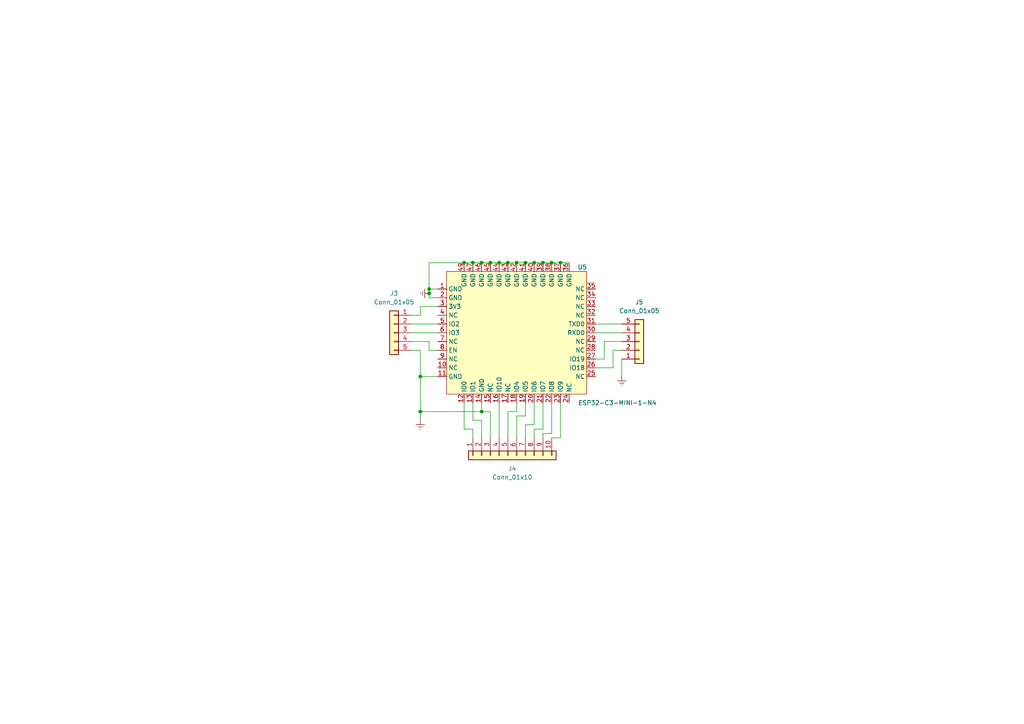
<source format=kicad_sch>
(kicad_sch (version 20211123) (generator eeschema)

  (uuid 9baadc14-cc93-45de-9b2d-41b959f0ce5a)

  (paper "A4")

  (lib_symbols
    (symbol "Connector_Generic:Conn_01x05" (pin_names (offset 1.016) hide) (in_bom yes) (on_board yes)
      (property "Reference" "J" (id 0) (at 0 7.62 0)
        (effects (font (size 1.27 1.27)))
      )
      (property "Value" "Conn_01x05" (id 1) (at 0 -7.62 0)
        (effects (font (size 1.27 1.27)))
      )
      (property "Footprint" "" (id 2) (at 0 0 0)
        (effects (font (size 1.27 1.27)) hide)
      )
      (property "Datasheet" "~" (id 3) (at 0 0 0)
        (effects (font (size 1.27 1.27)) hide)
      )
      (property "ki_keywords" "connector" (id 4) (at 0 0 0)
        (effects (font (size 1.27 1.27)) hide)
      )
      (property "ki_description" "Generic connector, single row, 01x05, script generated (kicad-library-utils/schlib/autogen/connector/)" (id 5) (at 0 0 0)
        (effects (font (size 1.27 1.27)) hide)
      )
      (property "ki_fp_filters" "Connector*:*_1x??_*" (id 6) (at 0 0 0)
        (effects (font (size 1.27 1.27)) hide)
      )
      (symbol "Conn_01x05_1_1"
        (rectangle (start -1.27 -4.953) (end 0 -5.207)
          (stroke (width 0.1524) (type default) (color 0 0 0 0))
          (fill (type none))
        )
        (rectangle (start -1.27 -2.413) (end 0 -2.667)
          (stroke (width 0.1524) (type default) (color 0 0 0 0))
          (fill (type none))
        )
        (rectangle (start -1.27 0.127) (end 0 -0.127)
          (stroke (width 0.1524) (type default) (color 0 0 0 0))
          (fill (type none))
        )
        (rectangle (start -1.27 2.667) (end 0 2.413)
          (stroke (width 0.1524) (type default) (color 0 0 0 0))
          (fill (type none))
        )
        (rectangle (start -1.27 5.207) (end 0 4.953)
          (stroke (width 0.1524) (type default) (color 0 0 0 0))
          (fill (type none))
        )
        (rectangle (start -1.27 6.35) (end 1.27 -6.35)
          (stroke (width 0.254) (type default) (color 0 0 0 0))
          (fill (type background))
        )
        (pin passive line (at -5.08 5.08 0) (length 3.81)
          (name "Pin_1" (effects (font (size 1.27 1.27))))
          (number "1" (effects (font (size 1.27 1.27))))
        )
        (pin passive line (at -5.08 2.54 0) (length 3.81)
          (name "Pin_2" (effects (font (size 1.27 1.27))))
          (number "2" (effects (font (size 1.27 1.27))))
        )
        (pin passive line (at -5.08 0 0) (length 3.81)
          (name "Pin_3" (effects (font (size 1.27 1.27))))
          (number "3" (effects (font (size 1.27 1.27))))
        )
        (pin passive line (at -5.08 -2.54 0) (length 3.81)
          (name "Pin_4" (effects (font (size 1.27 1.27))))
          (number "4" (effects (font (size 1.27 1.27))))
        )
        (pin passive line (at -5.08 -5.08 0) (length 3.81)
          (name "Pin_5" (effects (font (size 1.27 1.27))))
          (number "5" (effects (font (size 1.27 1.27))))
        )
      )
    )
    (symbol "Connector_Generic:Conn_01x10" (pin_names (offset 1.016) hide) (in_bom yes) (on_board yes)
      (property "Reference" "J" (id 0) (at 0 12.7 0)
        (effects (font (size 1.27 1.27)))
      )
      (property "Value" "Conn_01x10" (id 1) (at 0 -15.24 0)
        (effects (font (size 1.27 1.27)))
      )
      (property "Footprint" "" (id 2) (at 0 0 0)
        (effects (font (size 1.27 1.27)) hide)
      )
      (property "Datasheet" "~" (id 3) (at 0 0 0)
        (effects (font (size 1.27 1.27)) hide)
      )
      (property "ki_keywords" "connector" (id 4) (at 0 0 0)
        (effects (font (size 1.27 1.27)) hide)
      )
      (property "ki_description" "Generic connector, single row, 01x10, script generated (kicad-library-utils/schlib/autogen/connector/)" (id 5) (at 0 0 0)
        (effects (font (size 1.27 1.27)) hide)
      )
      (property "ki_fp_filters" "Connector*:*_1x??_*" (id 6) (at 0 0 0)
        (effects (font (size 1.27 1.27)) hide)
      )
      (symbol "Conn_01x10_1_1"
        (rectangle (start -1.27 -12.573) (end 0 -12.827)
          (stroke (width 0.1524) (type default) (color 0 0 0 0))
          (fill (type none))
        )
        (rectangle (start -1.27 -10.033) (end 0 -10.287)
          (stroke (width 0.1524) (type default) (color 0 0 0 0))
          (fill (type none))
        )
        (rectangle (start -1.27 -7.493) (end 0 -7.747)
          (stroke (width 0.1524) (type default) (color 0 0 0 0))
          (fill (type none))
        )
        (rectangle (start -1.27 -4.953) (end 0 -5.207)
          (stroke (width 0.1524) (type default) (color 0 0 0 0))
          (fill (type none))
        )
        (rectangle (start -1.27 -2.413) (end 0 -2.667)
          (stroke (width 0.1524) (type default) (color 0 0 0 0))
          (fill (type none))
        )
        (rectangle (start -1.27 0.127) (end 0 -0.127)
          (stroke (width 0.1524) (type default) (color 0 0 0 0))
          (fill (type none))
        )
        (rectangle (start -1.27 2.667) (end 0 2.413)
          (stroke (width 0.1524) (type default) (color 0 0 0 0))
          (fill (type none))
        )
        (rectangle (start -1.27 5.207) (end 0 4.953)
          (stroke (width 0.1524) (type default) (color 0 0 0 0))
          (fill (type none))
        )
        (rectangle (start -1.27 7.747) (end 0 7.493)
          (stroke (width 0.1524) (type default) (color 0 0 0 0))
          (fill (type none))
        )
        (rectangle (start -1.27 10.287) (end 0 10.033)
          (stroke (width 0.1524) (type default) (color 0 0 0 0))
          (fill (type none))
        )
        (rectangle (start -1.27 11.43) (end 1.27 -13.97)
          (stroke (width 0.254) (type default) (color 0 0 0 0))
          (fill (type background))
        )
        (pin passive line (at -5.08 10.16 0) (length 3.81)
          (name "Pin_1" (effects (font (size 1.27 1.27))))
          (number "1" (effects (font (size 1.27 1.27))))
        )
        (pin passive line (at -5.08 -12.7 0) (length 3.81)
          (name "Pin_10" (effects (font (size 1.27 1.27))))
          (number "10" (effects (font (size 1.27 1.27))))
        )
        (pin passive line (at -5.08 7.62 0) (length 3.81)
          (name "Pin_2" (effects (font (size 1.27 1.27))))
          (number "2" (effects (font (size 1.27 1.27))))
        )
        (pin passive line (at -5.08 5.08 0) (length 3.81)
          (name "Pin_3" (effects (font (size 1.27 1.27))))
          (number "3" (effects (font (size 1.27 1.27))))
        )
        (pin passive line (at -5.08 2.54 0) (length 3.81)
          (name "Pin_4" (effects (font (size 1.27 1.27))))
          (number "4" (effects (font (size 1.27 1.27))))
        )
        (pin passive line (at -5.08 0 0) (length 3.81)
          (name "Pin_5" (effects (font (size 1.27 1.27))))
          (number "5" (effects (font (size 1.27 1.27))))
        )
        (pin passive line (at -5.08 -2.54 0) (length 3.81)
          (name "Pin_6" (effects (font (size 1.27 1.27))))
          (number "6" (effects (font (size 1.27 1.27))))
        )
        (pin passive line (at -5.08 -5.08 0) (length 3.81)
          (name "Pin_7" (effects (font (size 1.27 1.27))))
          (number "7" (effects (font (size 1.27 1.27))))
        )
        (pin passive line (at -5.08 -7.62 0) (length 3.81)
          (name "Pin_8" (effects (font (size 1.27 1.27))))
          (number "8" (effects (font (size 1.27 1.27))))
        )
        (pin passive line (at -5.08 -10.16 0) (length 3.81)
          (name "Pin_9" (effects (font (size 1.27 1.27))))
          (number "9" (effects (font (size 1.27 1.27))))
        )
      )
    )
    (symbol "esp_module:ESP32-C3-MINI-1-N4" (in_bom yes) (on_board yes)
      (property "Reference" "U" (id 0) (at 22.86 17.78 0)
        (effects (font (size 1.27 1.27)))
      )
      (property "Value" "ESP32-C3-MINI-1-N4" (id 1) (at 33.02 -22.86 0)
        (effects (font (size 1.27 1.27)))
      )
      (property "Footprint" "" (id 2) (at 0 0 0)
        (effects (font (size 1.27 1.27)) hide)
      )
      (property "Datasheet" "" (id 3) (at 0 0 0)
        (effects (font (size 1.27 1.27)) hide)
      )
      (symbol "ESP32-C3-MINI-1-N4_0_1"
        (rectangle (start -15.24 15.24) (end 25.4 -20.32)
          (stroke (width 0) (type default) (color 0 0 0 0))
          (fill (type background))
        )
      )
      (symbol "ESP32-C3-MINI-1-N4_1_1"
        (pin input line (at -17.78 10.16 0) (length 2.54)
          (name "GND" (effects (font (size 1.27 1.27))))
          (number "1" (effects (font (size 1.27 1.27))))
        )
        (pin input line (at -17.78 -12.7 0) (length 2.54)
          (name "NC" (effects (font (size 1.27 1.27))))
          (number "10" (effects (font (size 1.27 1.27))))
        )
        (pin input line (at -17.78 -15.24 0) (length 2.54)
          (name "GND" (effects (font (size 1.27 1.27))))
          (number "11" (effects (font (size 1.27 1.27))))
        )
        (pin input line (at -10.16 -22.86 90) (length 2.54)
          (name "IO0" (effects (font (size 1.27 1.27))))
          (number "12" (effects (font (size 1.27 1.27))))
        )
        (pin input line (at -7.62 -22.86 90) (length 2.54)
          (name "IO1" (effects (font (size 1.27 1.27))))
          (number "13" (effects (font (size 1.27 1.27))))
        )
        (pin input line (at -5.08 -22.86 90) (length 2.54)
          (name "GND" (effects (font (size 1.27 1.27))))
          (number "14" (effects (font (size 1.27 1.27))))
        )
        (pin input line (at -2.54 -22.86 90) (length 2.54)
          (name "NC" (effects (font (size 1.27 1.27))))
          (number "15" (effects (font (size 1.27 1.27))))
        )
        (pin input line (at 0 -22.86 90) (length 2.54)
          (name "IO10" (effects (font (size 1.27 1.27))))
          (number "16" (effects (font (size 1.27 1.27))))
        )
        (pin input line (at 2.54 -22.86 90) (length 2.54)
          (name "NC" (effects (font (size 1.27 1.27))))
          (number "17" (effects (font (size 1.27 1.27))))
        )
        (pin input line (at 5.08 -22.86 90) (length 2.54)
          (name "IO4" (effects (font (size 1.27 1.27))))
          (number "18" (effects (font (size 1.27 1.27))))
        )
        (pin input line (at 7.62 -22.86 90) (length 2.54)
          (name "IO5" (effects (font (size 1.27 1.27))))
          (number "19" (effects (font (size 1.27 1.27))))
        )
        (pin input line (at -17.78 7.62 0) (length 2.54)
          (name "GND" (effects (font (size 1.27 1.27))))
          (number "2" (effects (font (size 1.27 1.27))))
        )
        (pin input line (at 10.16 -22.86 90) (length 2.54)
          (name "IO6" (effects (font (size 1.27 1.27))))
          (number "20" (effects (font (size 1.27 1.27))))
        )
        (pin input line (at 12.7 -22.86 90) (length 2.54)
          (name "IO7" (effects (font (size 1.27 1.27))))
          (number "21" (effects (font (size 1.27 1.27))))
        )
        (pin input line (at 15.24 -22.86 90) (length 2.54)
          (name "IO8" (effects (font (size 1.27 1.27))))
          (number "22" (effects (font (size 1.27 1.27))))
        )
        (pin input line (at 17.78 -22.86 90) (length 2.54)
          (name "IO9" (effects (font (size 1.27 1.27))))
          (number "23" (effects (font (size 1.27 1.27))))
        )
        (pin input line (at 20.32 -22.86 90) (length 2.54)
          (name "NC" (effects (font (size 1.27 1.27))))
          (number "24" (effects (font (size 1.27 1.27))))
        )
        (pin input line (at 27.94 -15.24 180) (length 2.54)
          (name "NC" (effects (font (size 1.27 1.27))))
          (number "25" (effects (font (size 1.27 1.27))))
        )
        (pin input line (at 27.94 -12.7 180) (length 2.54)
          (name "IO18" (effects (font (size 1.27 1.27))))
          (number "26" (effects (font (size 1.27 1.27))))
        )
        (pin input line (at 27.94 -10.16 180) (length 2.54)
          (name "IO19" (effects (font (size 1.27 1.27))))
          (number "27" (effects (font (size 1.27 1.27))))
        )
        (pin input line (at 27.94 -7.62 180) (length 2.54)
          (name "NC" (effects (font (size 1.27 1.27))))
          (number "28" (effects (font (size 1.27 1.27))))
        )
        (pin input line (at 27.94 -5.08 180) (length 2.54)
          (name "NC" (effects (font (size 1.27 1.27))))
          (number "29" (effects (font (size 1.27 1.27))))
        )
        (pin input line (at -17.78 5.08 0) (length 2.54)
          (name "3V3" (effects (font (size 1.27 1.27))))
          (number "3" (effects (font (size 1.27 1.27))))
        )
        (pin input line (at 27.94 -2.54 180) (length 2.54)
          (name "RXD0" (effects (font (size 1.27 1.27))))
          (number "30" (effects (font (size 1.27 1.27))))
        )
        (pin input line (at 27.94 0 180) (length 2.54)
          (name "TXD0" (effects (font (size 1.27 1.27))))
          (number "31" (effects (font (size 1.27 1.27))))
        )
        (pin input line (at 27.94 2.54 180) (length 2.54)
          (name "NC" (effects (font (size 1.27 1.27))))
          (number "32" (effects (font (size 1.27 1.27))))
        )
        (pin input line (at 27.94 5.08 180) (length 2.54)
          (name "NC" (effects (font (size 1.27 1.27))))
          (number "33" (effects (font (size 1.27 1.27))))
        )
        (pin input line (at 27.94 7.62 180) (length 2.54)
          (name "NC" (effects (font (size 1.27 1.27))))
          (number "34" (effects (font (size 1.27 1.27))))
        )
        (pin input line (at 27.94 10.16 180) (length 2.54)
          (name "NC" (effects (font (size 1.27 1.27))))
          (number "35" (effects (font (size 1.27 1.27))))
        )
        (pin input line (at 20.32 17.78 270) (length 2.54)
          (name "GND" (effects (font (size 1.27 1.27))))
          (number "36" (effects (font (size 1.27 1.27))))
        )
        (pin input line (at 17.78 17.78 270) (length 2.54)
          (name "GND" (effects (font (size 1.27 1.27))))
          (number "37" (effects (font (size 1.27 1.27))))
        )
        (pin input line (at 15.24 17.78 270) (length 2.54)
          (name "GND" (effects (font (size 1.27 1.27))))
          (number "38" (effects (font (size 1.27 1.27))))
        )
        (pin input line (at 12.7 17.78 270) (length 2.54)
          (name "GND" (effects (font (size 1.27 1.27))))
          (number "39" (effects (font (size 1.27 1.27))))
        )
        (pin input line (at -17.78 2.54 0) (length 2.54)
          (name "NC" (effects (font (size 1.27 1.27))))
          (number "4" (effects (font (size 1.27 1.27))))
        )
        (pin input line (at 10.16 17.78 270) (length 2.54)
          (name "GND" (effects (font (size 1.27 1.27))))
          (number "40" (effects (font (size 1.27 1.27))))
        )
        (pin input line (at 7.62 17.78 270) (length 2.54)
          (name "GND" (effects (font (size 1.27 1.27))))
          (number "41" (effects (font (size 1.27 1.27))))
        )
        (pin input line (at 5.08 17.78 270) (length 2.54)
          (name "GND" (effects (font (size 1.27 1.27))))
          (number "42" (effects (font (size 1.27 1.27))))
        )
        (pin input line (at 2.54 17.78 270) (length 2.54)
          (name "GND" (effects (font (size 1.27 1.27))))
          (number "43" (effects (font (size 1.27 1.27))))
        )
        (pin input line (at 0 17.78 270) (length 2.54)
          (name "GND" (effects (font (size 1.27 1.27))))
          (number "44" (effects (font (size 1.27 1.27))))
        )
        (pin input line (at -2.54 17.78 270) (length 2.54)
          (name "GND" (effects (font (size 1.27 1.27))))
          (number "45" (effects (font (size 1.27 1.27))))
        )
        (pin input line (at -5.08 17.78 270) (length 2.54)
          (name "GND" (effects (font (size 1.27 1.27))))
          (number "46" (effects (font (size 1.27 1.27))))
        )
        (pin input line (at -7.62 17.78 270) (length 2.54)
          (name "GND" (effects (font (size 1.27 1.27))))
          (number "47" (effects (font (size 1.27 1.27))))
        )
        (pin input line (at -10.16 17.78 270) (length 2.54) hide
          (name "GND" (effects (font (size 1.27 1.27))))
          (number "48" (effects (font (size 1.27 1.27))))
        )
        (pin input line (at -10.16 17.78 270) (length 2.54)
          (name "GND" (effects (font (size 1.27 1.27))))
          (number "49" (effects (font (size 1.27 1.27))))
        )
        (pin input line (at -17.78 0 0) (length 2.54)
          (name "IO2" (effects (font (size 1.27 1.27))))
          (number "5" (effects (font (size 1.27 1.27))))
        )
        (pin input line (at -10.16 17.78 270) (length 2.54) hide
          (name "GND" (effects (font (size 1.27 1.27))))
          (number "50" (effects (font (size 1.27 1.27))))
        )
        (pin input line (at -10.16 17.78 270) (length 2.54) hide
          (name "GND" (effects (font (size 1.27 1.27))))
          (number "51" (effects (font (size 1.27 1.27))))
        )
        (pin input line (at -10.16 17.78 270) (length 2.54) hide
          (name "GND" (effects (font (size 1.27 1.27))))
          (number "52" (effects (font (size 1.27 1.27))))
        )
        (pin input line (at -10.16 17.78 270) (length 2.54) hide
          (name "GND" (effects (font (size 1.27 1.27))))
          (number "53" (effects (font (size 1.27 1.27))))
        )
        (pin input line (at -17.78 -2.54 0) (length 2.54)
          (name "IO3" (effects (font (size 1.27 1.27))))
          (number "6" (effects (font (size 1.27 1.27))))
        )
        (pin input line (at -17.78 -5.08 0) (length 2.54)
          (name "NC" (effects (font (size 1.27 1.27))))
          (number "7" (effects (font (size 1.27 1.27))))
        )
        (pin input line (at -17.78 -7.62 0) (length 2.54)
          (name "EN" (effects (font (size 1.27 1.27))))
          (number "8" (effects (font (size 1.27 1.27))))
        )
        (pin input line (at -17.78 -10.16 0) (length 2.54)
          (name "NC" (effects (font (size 1.27 1.27))))
          (number "9" (effects (font (size 1.27 1.27))))
        )
      )
    )
    (symbol "power:Earth" (power) (pin_names (offset 0)) (in_bom yes) (on_board yes)
      (property "Reference" "#PWR" (id 0) (at 0 -6.35 0)
        (effects (font (size 1.27 1.27)) hide)
      )
      (property "Value" "Earth" (id 1) (at 0 -3.81 0)
        (effects (font (size 1.27 1.27)) hide)
      )
      (property "Footprint" "" (id 2) (at 0 0 0)
        (effects (font (size 1.27 1.27)) hide)
      )
      (property "Datasheet" "~" (id 3) (at 0 0 0)
        (effects (font (size 1.27 1.27)) hide)
      )
      (property "ki_keywords" "power-flag ground gnd" (id 4) (at 0 0 0)
        (effects (font (size 1.27 1.27)) hide)
      )
      (property "ki_description" "Power symbol creates a global label with name \"Earth\"" (id 5) (at 0 0 0)
        (effects (font (size 1.27 1.27)) hide)
      )
      (symbol "Earth_0_1"
        (polyline
          (pts
            (xy -0.635 -1.905)
            (xy 0.635 -1.905)
          )
          (stroke (width 0) (type default) (color 0 0 0 0))
          (fill (type none))
        )
        (polyline
          (pts
            (xy -0.127 -2.54)
            (xy 0.127 -2.54)
          )
          (stroke (width 0) (type default) (color 0 0 0 0))
          (fill (type none))
        )
        (polyline
          (pts
            (xy 0 -1.27)
            (xy 0 0)
          )
          (stroke (width 0) (type default) (color 0 0 0 0))
          (fill (type none))
        )
        (polyline
          (pts
            (xy 1.27 -1.27)
            (xy -1.27 -1.27)
          )
          (stroke (width 0) (type default) (color 0 0 0 0))
          (fill (type none))
        )
      )
      (symbol "Earth_1_1"
        (pin power_in line (at 0 0 270) (length 0) hide
          (name "Earth" (effects (font (size 1.27 1.27))))
          (number "1" (effects (font (size 1.27 1.27))))
        )
      )
    )
  )

  (junction (at 157.48 76.2) (diameter 0) (color 0 0 0 0)
    (uuid 058bc9ca-6544-4c9b-8ea2-eaaa9bef9411)
  )
  (junction (at 134.62 76.2) (diameter 0) (color 0 0 0 0)
    (uuid 1ecd7b48-6dae-47d5-bae6-c5608d7e7ef7)
  )
  (junction (at 154.94 76.2) (diameter 0) (color 0 0 0 0)
    (uuid 209f8a62-d8a4-4afd-817a-1fe6517bdf3d)
  )
  (junction (at 121.92 119.38) (diameter 0) (color 0 0 0 0)
    (uuid 404e7802-5954-4486-b81c-efd90d5a677a)
  )
  (junction (at 124.46 83.82) (diameter 0) (color 0 0 0 0)
    (uuid 46d3aa11-4b4b-4312-b177-a98c4cbd244a)
  )
  (junction (at 124.46 85.09) (diameter 0) (color 0 0 0 0)
    (uuid 56e9a8f2-d607-4fc3-90d0-af6878ea4adc)
  )
  (junction (at 139.7 76.2) (diameter 0) (color 0 0 0 0)
    (uuid 6a8d1011-eb13-4763-81c8-95e8233f1e6b)
  )
  (junction (at 121.92 109.22) (diameter 0) (color 0 0 0 0)
    (uuid 8f0020c0-6365-4af6-84fa-873a6b012eb3)
  )
  (junction (at 147.32 76.2) (diameter 0) (color 0 0 0 0)
    (uuid 96f93caa-c17c-4dd4-98a0-a1c953a9da60)
  )
  (junction (at 162.56 76.2) (diameter 0) (color 0 0 0 0)
    (uuid 9bab76da-76e5-4e0c-81ef-1a8148e50803)
  )
  (junction (at 139.7 119.38) (diameter 0) (color 0 0 0 0)
    (uuid a2b13725-e0cf-4218-a459-9ea48995d508)
  )
  (junction (at 137.16 76.2) (diameter 0) (color 0 0 0 0)
    (uuid a77b9d60-c51f-4af7-bead-8f9acde6074d)
  )
  (junction (at 142.24 76.2) (diameter 0) (color 0 0 0 0)
    (uuid be451e67-481d-4fad-944d-cc135b2ded2b)
  )
  (junction (at 152.4 76.2) (diameter 0) (color 0 0 0 0)
    (uuid dc57a9c8-980e-4aa5-b82f-7518323d2330)
  )
  (junction (at 144.78 76.2) (diameter 0) (color 0 0 0 0)
    (uuid f2c03f45-efee-4ce3-b152-3763b6b11a57)
  )
  (junction (at 160.02 76.2) (diameter 0) (color 0 0 0 0)
    (uuid fa678ac7-5ac1-4828-a531-e1fe21af71fb)
  )
  (junction (at 149.86 76.2) (diameter 0) (color 0 0 0 0)
    (uuid fd1bbaf8-024d-49a2-badc-8a16764c1a83)
  )

  (wire (pts (xy 139.7 121.92) (xy 139.7 127))
    (stroke (width 0) (type default) (color 0 0 0 0))
    (uuid 088ace98-0353-4613-94af-61b124669797)
  )
  (wire (pts (xy 124.46 86.36) (xy 127 86.36))
    (stroke (width 0) (type default) (color 0 0 0 0))
    (uuid 0bdcb035-2620-437e-a04e-97f0b832c283)
  )
  (wire (pts (xy 121.92 88.9) (xy 121.92 91.44))
    (stroke (width 0) (type default) (color 0 0 0 0))
    (uuid 0be89af7-14db-497f-966b-5719f465b9dc)
  )
  (wire (pts (xy 121.92 91.44) (xy 119.38 91.44))
    (stroke (width 0) (type default) (color 0 0 0 0))
    (uuid 0c7b0dff-4edc-44ba-b3e0-7efd65be8333)
  )
  (wire (pts (xy 119.38 99.06) (xy 124.46 99.06))
    (stroke (width 0) (type default) (color 0 0 0 0))
    (uuid 10504878-bec5-46b7-830e-4025c59cb6ad)
  )
  (wire (pts (xy 124.46 99.06) (xy 124.46 101.6))
    (stroke (width 0) (type default) (color 0 0 0 0))
    (uuid 126db389-6547-4ef3-914b-9e7fb07867b2)
  )
  (wire (pts (xy 157.48 116.84) (xy 157.48 124.46))
    (stroke (width 0) (type default) (color 0 0 0 0))
    (uuid 1462b413-76fe-4e77-9b80-c439d0474a26)
  )
  (wire (pts (xy 144.78 76.2) (xy 147.32 76.2))
    (stroke (width 0) (type default) (color 0 0 0 0))
    (uuid 14864bdb-5b2a-40dc-90a1-477cc53ed525)
  )
  (wire (pts (xy 121.92 109.22) (xy 121.92 119.38))
    (stroke (width 0) (type default) (color 0 0 0 0))
    (uuid 166c5d6d-d92c-4017-85f2-5350617d2e36)
  )
  (wire (pts (xy 152.4 116.84) (xy 152.4 120.65))
    (stroke (width 0) (type default) (color 0 0 0 0))
    (uuid 1d0c11e0-d854-455f-a21d-eb54956e4aad)
  )
  (wire (pts (xy 144.78 116.84) (xy 144.78 127))
    (stroke (width 0) (type default) (color 0 0 0 0))
    (uuid 1e9012ef-2b29-4575-b860-16f04f8b1bcb)
  )
  (wire (pts (xy 121.92 109.22) (xy 127 109.22))
    (stroke (width 0) (type default) (color 0 0 0 0))
    (uuid 1fc193bb-e613-4541-9f05-d10b010d5bd6)
  )
  (wire (pts (xy 160.02 125.73) (xy 157.48 125.73))
    (stroke (width 0) (type default) (color 0 0 0 0))
    (uuid 21d678ad-f9e7-4031-b445-3d66c3612349)
  )
  (wire (pts (xy 121.92 101.6) (xy 121.92 109.22))
    (stroke (width 0) (type default) (color 0 0 0 0))
    (uuid 249c61d0-3181-4bfb-9c2a-53d912a25ca9)
  )
  (wire (pts (xy 177.8 101.6) (xy 177.8 106.68))
    (stroke (width 0) (type default) (color 0 0 0 0))
    (uuid 279b61df-03fe-4016-b63c-f25f5700a1c9)
  )
  (wire (pts (xy 119.38 101.6) (xy 121.92 101.6))
    (stroke (width 0) (type default) (color 0 0 0 0))
    (uuid 279fd144-529b-43f9-9c96-ddcb1882814e)
  )
  (wire (pts (xy 152.4 123.19) (xy 152.4 127))
    (stroke (width 0) (type default) (color 0 0 0 0))
    (uuid 2cb0ae6d-ce66-4faf-bdf9-f52e41be173e)
  )
  (wire (pts (xy 157.48 125.73) (xy 157.48 127))
    (stroke (width 0) (type default) (color 0 0 0 0))
    (uuid 2f57068c-58cb-414b-87aa-1037a0495e77)
  )
  (wire (pts (xy 154.94 76.2) (xy 157.48 76.2))
    (stroke (width 0) (type default) (color 0 0 0 0))
    (uuid 30fc5155-3c42-4d5f-b8e8-dc3b841674f8)
  )
  (wire (pts (xy 127 83.82) (xy 124.46 83.82))
    (stroke (width 0) (type default) (color 0 0 0 0))
    (uuid 3218cf96-430b-4930-8208-04dc2161ef26)
  )
  (wire (pts (xy 152.4 120.65) (xy 149.86 120.65))
    (stroke (width 0) (type default) (color 0 0 0 0))
    (uuid 369277bc-0bf0-420e-8dce-a9ac68473f27)
  )
  (wire (pts (xy 172.72 96.52) (xy 180.34 96.52))
    (stroke (width 0) (type default) (color 0 0 0 0))
    (uuid 37a7bd5b-0a9b-43ef-8bd1-ec1f26e880ec)
  )
  (wire (pts (xy 119.38 96.52) (xy 127 96.52))
    (stroke (width 0) (type default) (color 0 0 0 0))
    (uuid 4005e6c5-b2dc-45ca-84f2-195a313d1407)
  )
  (wire (pts (xy 172.72 93.98) (xy 180.34 93.98))
    (stroke (width 0) (type default) (color 0 0 0 0))
    (uuid 4094d5f1-d5e7-4d7c-b501-3cb84e58848b)
  )
  (wire (pts (xy 139.7 116.84) (xy 139.7 119.38))
    (stroke (width 0) (type default) (color 0 0 0 0))
    (uuid 440f24e6-777d-402c-bbe1-196a1374632d)
  )
  (wire (pts (xy 162.56 127) (xy 160.02 127))
    (stroke (width 0) (type default) (color 0 0 0 0))
    (uuid 47cffef7-93c8-4373-81f1-bd6b8ad6c093)
  )
  (wire (pts (xy 149.86 116.84) (xy 149.86 119.38))
    (stroke (width 0) (type default) (color 0 0 0 0))
    (uuid 4b754865-ebf1-4c73-9001-25673286beaa)
  )
  (wire (pts (xy 134.62 124.46) (xy 134.62 116.84))
    (stroke (width 0) (type default) (color 0 0 0 0))
    (uuid 4e96382b-454d-4bb6-be91-fce3dcc91b7b)
  )
  (wire (pts (xy 177.8 106.68) (xy 172.72 106.68))
    (stroke (width 0) (type default) (color 0 0 0 0))
    (uuid 52c4d81e-40a6-487f-9ba6-dbb69c94aa72)
  )
  (wire (pts (xy 180.34 104.14) (xy 180.34 109.22))
    (stroke (width 0) (type default) (color 0 0 0 0))
    (uuid 55f71824-993f-4635-95ce-cf24f6c6cd14)
  )
  (wire (pts (xy 154.94 116.84) (xy 154.94 123.19))
    (stroke (width 0) (type default) (color 0 0 0 0))
    (uuid 56cd4d5b-129a-4cf8-9eb6-c8fc63a1a3ab)
  )
  (wire (pts (xy 149.86 76.2) (xy 152.4 76.2))
    (stroke (width 0) (type default) (color 0 0 0 0))
    (uuid 5dcf37f4-f92a-4b04-ba9c-2bd89ca63f15)
  )
  (wire (pts (xy 139.7 119.38) (xy 142.24 119.38))
    (stroke (width 0) (type default) (color 0 0 0 0))
    (uuid 5ef3725e-106f-4283-ac0d-4011a700398e)
  )
  (wire (pts (xy 124.46 83.82) (xy 124.46 85.09))
    (stroke (width 0) (type default) (color 0 0 0 0))
    (uuid 606400cc-384f-4f12-953c-8af5a22070da)
  )
  (wire (pts (xy 172.72 104.14) (xy 175.26 104.14))
    (stroke (width 0) (type default) (color 0 0 0 0))
    (uuid 60a0614c-84f0-4305-a9f9-1012256097cd)
  )
  (wire (pts (xy 147.32 76.2) (xy 149.86 76.2))
    (stroke (width 0) (type default) (color 0 0 0 0))
    (uuid 667c2b3b-4058-4a10-97bf-c8395e3f15e0)
  )
  (wire (pts (xy 180.34 101.6) (xy 177.8 101.6))
    (stroke (width 0) (type default) (color 0 0 0 0))
    (uuid 7055480d-0c3c-484c-83b4-d10d64b3841e)
  )
  (wire (pts (xy 147.32 119.38) (xy 147.32 127))
    (stroke (width 0) (type default) (color 0 0 0 0))
    (uuid 712871c5-c2b3-4736-b68a-703b64855ed4)
  )
  (wire (pts (xy 154.94 123.19) (xy 152.4 123.19))
    (stroke (width 0) (type default) (color 0 0 0 0))
    (uuid 7542ec37-2c8c-4525-8482-2974ba0138ed)
  )
  (wire (pts (xy 152.4 76.2) (xy 154.94 76.2))
    (stroke (width 0) (type default) (color 0 0 0 0))
    (uuid 7701d436-f572-4cd0-a25e-18f56b3256df)
  )
  (wire (pts (xy 137.16 127) (xy 137.16 124.46))
    (stroke (width 0) (type default) (color 0 0 0 0))
    (uuid 789401c5-d2d2-4edd-ab02-cba6349704a9)
  )
  (wire (pts (xy 124.46 76.2) (xy 124.46 83.82))
    (stroke (width 0) (type default) (color 0 0 0 0))
    (uuid 8abcd959-f66e-4b66-9286-4f8ddfeb24a2)
  )
  (wire (pts (xy 137.16 116.84) (xy 137.16 121.92))
    (stroke (width 0) (type default) (color 0 0 0 0))
    (uuid 8cc1bec1-f341-4873-898f-fae2456a187f)
  )
  (wire (pts (xy 160.02 116.84) (xy 160.02 125.73))
    (stroke (width 0) (type default) (color 0 0 0 0))
    (uuid 98d7e8dc-e1ee-43b5-aa11-941e40f14e28)
  )
  (wire (pts (xy 149.86 119.38) (xy 147.32 119.38))
    (stroke (width 0) (type default) (color 0 0 0 0))
    (uuid 9c54db10-fb84-4930-8f79-05bc9be3d252)
  )
  (wire (pts (xy 175.26 104.14) (xy 175.26 99.06))
    (stroke (width 0) (type default) (color 0 0 0 0))
    (uuid a14bbe5e-9b54-4c63-a88b-c5e60d8fe6a2)
  )
  (wire (pts (xy 134.62 76.2) (xy 137.16 76.2))
    (stroke (width 0) (type default) (color 0 0 0 0))
    (uuid a4a5db93-aae9-4c58-ad31-9c19ab686cc1)
  )
  (wire (pts (xy 119.38 93.98) (xy 127 93.98))
    (stroke (width 0) (type default) (color 0 0 0 0))
    (uuid a5335946-94ad-4c94-9677-0434d0aaa50e)
  )
  (wire (pts (xy 162.56 76.2) (xy 165.1 76.2))
    (stroke (width 0) (type default) (color 0 0 0 0))
    (uuid a8ee54ff-1da2-48e7-b61f-d267b48f82d7)
  )
  (wire (pts (xy 157.48 124.46) (xy 154.94 124.46))
    (stroke (width 0) (type default) (color 0 0 0 0))
    (uuid a985ef70-866f-410f-945a-bd8c82087ea4)
  )
  (wire (pts (xy 160.02 76.2) (xy 162.56 76.2))
    (stroke (width 0) (type default) (color 0 0 0 0))
    (uuid bb3f4aab-3045-4c2f-a5bd-e0b6e0f35862)
  )
  (wire (pts (xy 162.56 116.84) (xy 162.56 127))
    (stroke (width 0) (type default) (color 0 0 0 0))
    (uuid be82453f-f293-4533-a8bc-aa0c4a2ccff6)
  )
  (wire (pts (xy 139.7 76.2) (xy 142.24 76.2))
    (stroke (width 0) (type default) (color 0 0 0 0))
    (uuid cc794982-b194-4c7c-830d-6e261d25be68)
  )
  (wire (pts (xy 137.16 121.92) (xy 139.7 121.92))
    (stroke (width 0) (type default) (color 0 0 0 0))
    (uuid cdba690a-ad69-489c-88ef-cd1a8ac7b729)
  )
  (wire (pts (xy 127 88.9) (xy 121.92 88.9))
    (stroke (width 0) (type default) (color 0 0 0 0))
    (uuid ce988398-4dfa-4458-ace1-44fbc6437d58)
  )
  (wire (pts (xy 157.48 76.2) (xy 160.02 76.2))
    (stroke (width 0) (type default) (color 0 0 0 0))
    (uuid db9ab581-c042-432e-bf98-8773f601cf6f)
  )
  (wire (pts (xy 121.92 119.38) (xy 121.92 121.92))
    (stroke (width 0) (type default) (color 0 0 0 0))
    (uuid ded46749-1f1f-4dd2-819e-4f2813c40c95)
  )
  (wire (pts (xy 137.16 124.46) (xy 134.62 124.46))
    (stroke (width 0) (type default) (color 0 0 0 0))
    (uuid df5cf827-d605-42a9-b690-4d9f4e0589ee)
  )
  (wire (pts (xy 142.24 76.2) (xy 144.78 76.2))
    (stroke (width 0) (type default) (color 0 0 0 0))
    (uuid e0179e21-6428-45da-b033-c9fefee37896)
  )
  (wire (pts (xy 149.86 120.65) (xy 149.86 127))
    (stroke (width 0) (type default) (color 0 0 0 0))
    (uuid f1b482a1-7f6c-429c-9213-a9fb4f9f0877)
  )
  (wire (pts (xy 134.62 76.2) (xy 124.46 76.2))
    (stroke (width 0) (type default) (color 0 0 0 0))
    (uuid f423a526-44c8-4ec9-ad13-9ed681961ada)
  )
  (wire (pts (xy 124.46 101.6) (xy 127 101.6))
    (stroke (width 0) (type default) (color 0 0 0 0))
    (uuid f4659f48-d562-4220-b0a4-1d26e7d91fd5)
  )
  (wire (pts (xy 175.26 99.06) (xy 180.34 99.06))
    (stroke (width 0) (type default) (color 0 0 0 0))
    (uuid f685986b-cd6b-4c48-a9e9-9062a7971a1a)
  )
  (wire (pts (xy 142.24 119.38) (xy 142.24 127))
    (stroke (width 0) (type default) (color 0 0 0 0))
    (uuid f7bb8a68-ac99-412f-94a2-31505347572f)
  )
  (wire (pts (xy 121.92 119.38) (xy 139.7 119.38))
    (stroke (width 0) (type default) (color 0 0 0 0))
    (uuid f982298d-4789-4a52-b7c3-b242eacd64a1)
  )
  (wire (pts (xy 137.16 76.2) (xy 139.7 76.2))
    (stroke (width 0) (type default) (color 0 0 0 0))
    (uuid f9998561-3059-4867-a07d-586a2a149fcd)
  )
  (wire (pts (xy 124.46 85.09) (xy 124.46 86.36))
    (stroke (width 0) (type default) (color 0 0 0 0))
    (uuid fb1ae546-8d8a-4ac1-a555-558e14228cc4)
  )
  (wire (pts (xy 154.94 124.46) (xy 154.94 127))
    (stroke (width 0) (type default) (color 0 0 0 0))
    (uuid fd5eee24-574c-4bdc-b135-055231e872e8)
  )

  (symbol (lib_id "power:Earth") (at 180.34 109.22 0) (unit 1)
    (in_bom yes) (on_board yes) (fields_autoplaced)
    (uuid 00cbc649-24f1-4303-ba33-cd561c64548c)
    (property "Reference" "#PWR0103" (id 0) (at 180.34 115.57 0)
      (effects (font (size 1.27 1.27)) hide)
    )
    (property "Value" "Earth" (id 1) (at 180.34 113.03 0)
      (effects (font (size 1.27 1.27)) hide)
    )
    (property "Footprint" "" (id 2) (at 180.34 109.22 0)
      (effects (font (size 1.27 1.27)) hide)
    )
    (property "Datasheet" "~" (id 3) (at 180.34 109.22 0)
      (effects (font (size 1.27 1.27)) hide)
    )
    (pin "1" (uuid a84b840d-f1ef-41a9-8b8d-b882e660d55a))
  )

  (symbol (lib_id "esp_module:ESP32-C3-MINI-1-N4") (at 144.78 93.98 0) (unit 1)
    (in_bom yes) (on_board yes)
    (uuid 21b4a2e6-0e40-4192-943e-bb939e580e2b)
    (property "Reference" "U5" (id 0) (at 168.91 77.47 0))
    (property "Value" "ESP32-C3-MINI-1-N4" (id 1) (at 179.07 116.84 0))
    (property "Footprint" "ESP32-C4-MINI-1:ESP32-C4-MINI-1" (id 2) (at 144.78 93.98 0)
      (effects (font (size 1.27 1.27)) hide)
    )
    (property "Datasheet" "" (id 3) (at 144.78 93.98 0)
      (effects (font (size 1.27 1.27)) hide)
    )
    (pin "1" (uuid 11331dfc-94ab-41c8-aa3b-ac4ad5877ea9))
    (pin "10" (uuid c63006f4-f9c8-46c7-9bb9-8175dd3f9e59))
    (pin "11" (uuid 339af272-b753-45be-a8f1-5e3de643d818))
    (pin "12" (uuid 7bb18fc8-1512-4bc2-9b37-e6d6ba951b06))
    (pin "13" (uuid 56830e75-df56-42e6-a590-da6bc25ee469))
    (pin "14" (uuid 7c1a33a4-c31d-4a13-b8b3-16b7930e5295))
    (pin "15" (uuid fde178d0-3c60-4c1e-a71b-1108f575bb69))
    (pin "16" (uuid dbcbc980-21f6-4c6d-9727-55e1eb8299ce))
    (pin "17" (uuid 980ca874-17f3-4e77-a79d-aafa4594d3b4))
    (pin "18" (uuid 61e904b9-872f-488c-93ce-98b352262492))
    (pin "19" (uuid f876b65e-e9b9-4617-ab5a-b6c502115159))
    (pin "2" (uuid 17bc7b18-6131-424d-aa55-032544778d72))
    (pin "20" (uuid 94411718-e83f-4ca6-ab66-879aa499256c))
    (pin "21" (uuid f954493f-31a4-4c82-a5b6-4dbe39002c06))
    (pin "22" (uuid cda32e56-5504-4532-8d34-a6c27df9a4b4))
    (pin "23" (uuid b8d9d3d4-5ae6-43fc-9970-e7bf39839cba))
    (pin "24" (uuid e5269552-2a58-4ed0-8dd5-3dcec5056f01))
    (pin "25" (uuid a1c2ba6d-0f8e-4e6f-827e-a48244e91854))
    (pin "26" (uuid 064aac24-5ec4-4455-943f-d9ecbd0f9660))
    (pin "27" (uuid a1edcf75-5f8a-44d4-bcc2-8b43dedf8d3d))
    (pin "28" (uuid 9dd5a8cb-6a16-48ca-86e4-360fc9a67dcf))
    (pin "29" (uuid 8408e127-31e9-4f78-b888-00a3ef9bcad9))
    (pin "3" (uuid bf218a8c-7db6-48ad-bff1-d0df12437973))
    (pin "30" (uuid c0dcdd34-525e-4043-9291-bb21f0bd4f15))
    (pin "31" (uuid e790e3b7-c395-4bd1-80fb-8a481dda4c45))
    (pin "32" (uuid 19a3feb0-14d2-43c2-9f74-6f31af02a999))
    (pin "33" (uuid efbcbb9a-44e7-4de1-a9cd-3ea2011dbf68))
    (pin "34" (uuid bd8c3a85-281d-42a4-bb36-b14ec5918ec6))
    (pin "35" (uuid 5da53957-2029-42b6-bcd9-6a10253ec401))
    (pin "36" (uuid cf1d63ab-dbb6-4a4e-a670-62b173bb55ed))
    (pin "37" (uuid 7dd21565-75a6-450b-8f4b-60832b64adfa))
    (pin "38" (uuid 8f4f777c-b374-4d5b-8c3d-8706cd39a2ff))
    (pin "39" (uuid f4541d51-1145-4286-a724-205bfa3f7084))
    (pin "4" (uuid 9934d5ee-201a-4dee-a228-ef4560116b0b))
    (pin "40" (uuid 50cee248-6ddf-4bc8-b5a6-435b91af9d5d))
    (pin "41" (uuid dbbe1f35-f0b3-4e41-ad0c-8ed99a77b695))
    (pin "42" (uuid 48a807de-e9e6-4a2b-8105-578e5f3fe37c))
    (pin "43" (uuid 266746d7-7ad0-435d-bc4d-678b9195d0ee))
    (pin "44" (uuid 408dde7b-f499-4e16-ba0e-14a354a45bb1))
    (pin "45" (uuid 06b5c2ca-4cbe-400b-84da-bccd8bec52e2))
    (pin "46" (uuid bd7d3c6e-6350-47ff-aa84-1eb0bbb4200f))
    (pin "47" (uuid 98fc314d-141a-4977-8ca7-4a00839c8d1a))
    (pin "48" (uuid 25e12d02-d3ca-4711-9249-49ef65cf7ca9))
    (pin "49" (uuid 4e26811d-f9f7-4f0e-b67c-2741655df306))
    (pin "5" (uuid ef0ff3de-0f3c-4f11-9d4b-ef69745c8a43))
    (pin "50" (uuid 078a92c3-f2a7-43f8-a0ff-4f46315e33fa))
    (pin "51" (uuid 83505d28-20e8-41e6-9315-c348e240e9e0))
    (pin "52" (uuid fdcc0f40-cc57-4310-99a5-3e1a39e929a5))
    (pin "53" (uuid 0876a74b-b155-4af1-950a-01a28b243da3))
    (pin "6" (uuid e6bd484e-df7e-4712-9c1c-dc638406a60c))
    (pin "7" (uuid 3926eab4-d205-4726-bfef-18444d1d22f9))
    (pin "8" (uuid b35615f9-68c9-440b-ab3a-4b7732d00a27))
    (pin "9" (uuid 3f89b463-d3d1-4e4b-986f-c05d51f58a38))
  )

  (symbol (lib_id "power:Earth") (at 124.46 85.09 270) (unit 1)
    (in_bom yes) (on_board yes) (fields_autoplaced)
    (uuid 26ba45e2-e91d-4dba-bb41-b1e0c5d3e276)
    (property "Reference" "#PWR0101" (id 0) (at 118.11 85.09 0)
      (effects (font (size 1.27 1.27)) hide)
    )
    (property "Value" "Earth" (id 1) (at 120.65 85.09 0)
      (effects (font (size 1.27 1.27)) hide)
    )
    (property "Footprint" "" (id 2) (at 124.46 85.09 0)
      (effects (font (size 1.27 1.27)) hide)
    )
    (property "Datasheet" "~" (id 3) (at 124.46 85.09 0)
      (effects (font (size 1.27 1.27)) hide)
    )
    (pin "1" (uuid 5570396d-e1b4-4be8-b127-2696dd5b5e2e))
  )

  (symbol (lib_id "Connector_Generic:Conn_01x10") (at 147.32 132.08 90) (mirror x) (unit 1)
    (in_bom yes) (on_board yes) (fields_autoplaced)
    (uuid 3eae3ba7-df0f-47b3-8c65-92aa25035e52)
    (property "Reference" "J4" (id 0) (at 148.59 135.89 90))
    (property "Value" "Conn_01x10" (id 1) (at 148.59 138.43 90))
    (property "Footprint" "Connector_PinHeader_2.54mm:PinHeader_1x10_P2.54mm_Vertical" (id 2) (at 147.32 132.08 0)
      (effects (font (size 1.27 1.27)) hide)
    )
    (property "Datasheet" "~" (id 3) (at 147.32 132.08 0)
      (effects (font (size 1.27 1.27)) hide)
    )
    (pin "1" (uuid edf2573a-b872-4668-ac82-84677f63e0d1))
    (pin "10" (uuid 36137f4e-b25a-43d9-8340-bff323d3912e))
    (pin "2" (uuid bb2eb10e-839a-4abf-81e7-c35194344f1f))
    (pin "3" (uuid 4191401d-93aa-4f06-81cc-69019caec0bc))
    (pin "4" (uuid 09f2e92e-c4d9-42df-98d2-80a446edcfd0))
    (pin "5" (uuid 2ce5ace0-b82b-49de-9a49-6fb8dceaac38))
    (pin "6" (uuid eefb90d5-75c0-406f-9578-745a50282c35))
    (pin "7" (uuid 2a5f40f9-54b1-4a76-9a48-74db65fd2317))
    (pin "8" (uuid cb0424d3-6792-457e-a456-87f58223d1cf))
    (pin "9" (uuid c6f9b97c-ed60-409c-8c63-4f0be9588c0d))
  )

  (symbol (lib_id "Connector_Generic:Conn_01x05") (at 114.3 96.52 0) (mirror y) (unit 1)
    (in_bom yes) (on_board yes) (fields_autoplaced)
    (uuid 493c8b2b-f59a-4b8b-8bcf-44e4a2d8e4a2)
    (property "Reference" "J3" (id 0) (at 114.3 85.09 0))
    (property "Value" "Conn_01x05" (id 1) (at 114.3 87.63 0))
    (property "Footprint" "Connector_PinHeader_2.54mm:PinHeader_1x05_P2.54mm_Vertical" (id 2) (at 114.3 96.52 0)
      (effects (font (size 1.27 1.27)) hide)
    )
    (property "Datasheet" "~" (id 3) (at 114.3 96.52 0)
      (effects (font (size 1.27 1.27)) hide)
    )
    (pin "1" (uuid 34508fe5-0359-4f39-a1e8-814168c848fb))
    (pin "2" (uuid d8ad6d88-b2be-4093-a3a9-1b0781e78de0))
    (pin "3" (uuid e022ffc9-53de-4e3d-87cb-3756ed859d55))
    (pin "4" (uuid 5a17158c-0199-46b1-8ab7-93716cff628e))
    (pin "5" (uuid 623699b8-7144-436d-a054-cc2f205b6a6a))
  )

  (symbol (lib_id "Connector_Generic:Conn_01x05") (at 185.42 99.06 0) (mirror x) (unit 1)
    (in_bom yes) (on_board yes) (fields_autoplaced)
    (uuid ae10f519-4b80-4b5e-b6f6-f46c02d44d99)
    (property "Reference" "J5" (id 0) (at 185.42 87.63 0))
    (property "Value" "Conn_01x05" (id 1) (at 185.42 90.17 0))
    (property "Footprint" "Connector_PinHeader_2.54mm:PinHeader_1x05_P2.54mm_Vertical" (id 2) (at 185.42 99.06 0)
      (effects (font (size 1.27 1.27)) hide)
    )
    (property "Datasheet" "~" (id 3) (at 185.42 99.06 0)
      (effects (font (size 1.27 1.27)) hide)
    )
    (pin "1" (uuid 552da823-b51f-481b-9235-03e9a05d20d4))
    (pin "2" (uuid d12a0021-4839-45d2-ae89-f475bb6ae2be))
    (pin "3" (uuid a6f2707f-c9c9-4cbb-9ba7-d37e52c8a8a4))
    (pin "4" (uuid 2272c07a-35eb-4430-9338-b7538e533640))
    (pin "5" (uuid 5f27e367-b20f-4fbe-8661-1ff6078005a9))
  )

  (symbol (lib_id "power:Earth") (at 121.92 121.92 0) (unit 1)
    (in_bom yes) (on_board yes) (fields_autoplaced)
    (uuid bbe5c00c-19fc-4d57-bdaf-434080a9cd15)
    (property "Reference" "#PWR0102" (id 0) (at 121.92 128.27 0)
      (effects (font (size 1.27 1.27)) hide)
    )
    (property "Value" "Earth" (id 1) (at 121.92 125.73 0)
      (effects (font (size 1.27 1.27)) hide)
    )
    (property "Footprint" "" (id 2) (at 121.92 121.92 0)
      (effects (font (size 1.27 1.27)) hide)
    )
    (property "Datasheet" "~" (id 3) (at 121.92 121.92 0)
      (effects (font (size 1.27 1.27)) hide)
    )
    (pin "1" (uuid 6fafa09f-b34f-4183-bceb-868b804308f9))
  )
)

</source>
